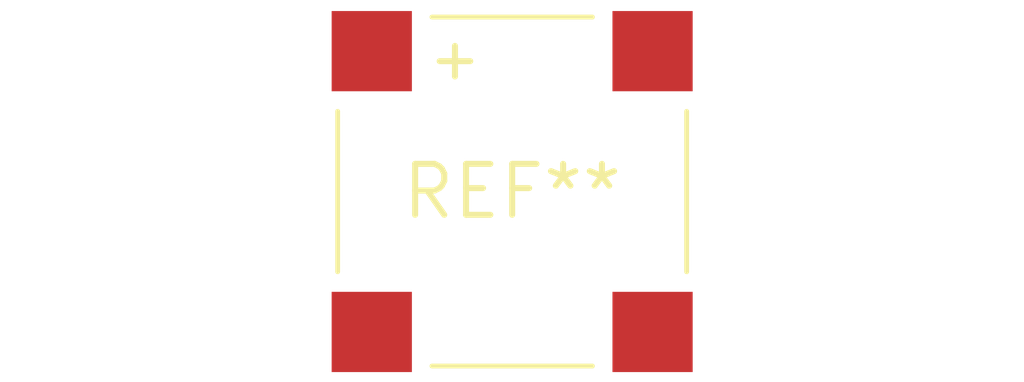
<source format=kicad_pcb>
(kicad_pcb (version 20240108) (generator pcbnew)
  (layers (0 "F.Cu" signal) (31 "B.Cu" signal) (34 "B.Paste" user) (35 "F.Paste" user) (36 "B.SilkS" user "B.Silkscreen") (37 "F.SilkS" user "F.Silkscreen") (38 "B.Mask" user) (39 "F.Mask" user) (44 "Edge.Cuts" user))
  (net 0 "")
  (footprint "PUIAudio_SMT_0825_S_4_R" (layer "F.Cu") (at 0 0)
    (property "Reference" "REF**")
    (property "Value" "PUIAudio_SMT_0825_S_4_R")
    (fp_line (start -4.35 -2) (end -4.35 2) (layer "F.SilkS") (stroke (width 0.12)))
    (fp_line (start -2 4.35) (end 2 4.35) (layer "F.SilkS") (stroke (width 0.12)))
    (fp_line (start 2 -4.35) (end -2 -4.35) (layer "F.SilkS") (stroke (width 0.12)))
    (fp_line (start 4.35 2) (end 4.35 -2) (layer "F.SilkS") (stroke (width 0.12)))
    (fp_text user "+" (at -1.5 -3.25 -90) (layer "F.SilkS"))
    (pad "1" smd rect (at -3.5 -3.5 270) (size 2 2) (layers "F.Cu" "F.Paste" "F.Mask"))
    (pad "2" smd rect (at -3.5 3.5 270) (size 2 2) (layers "F.Cu" "F.Paste" "F.Mask"))
    (pad "3" smd rect (at 3.5 3.5 270) (size 2 2) (layers "F.Cu" "F.Paste" "F.Mask"))
    (pad "4" smd rect (at 3.5 -3.5 270) (size 2 2) (layers "F.Cu" "F.Paste" "F.Mask"))
  )
)
</source>
